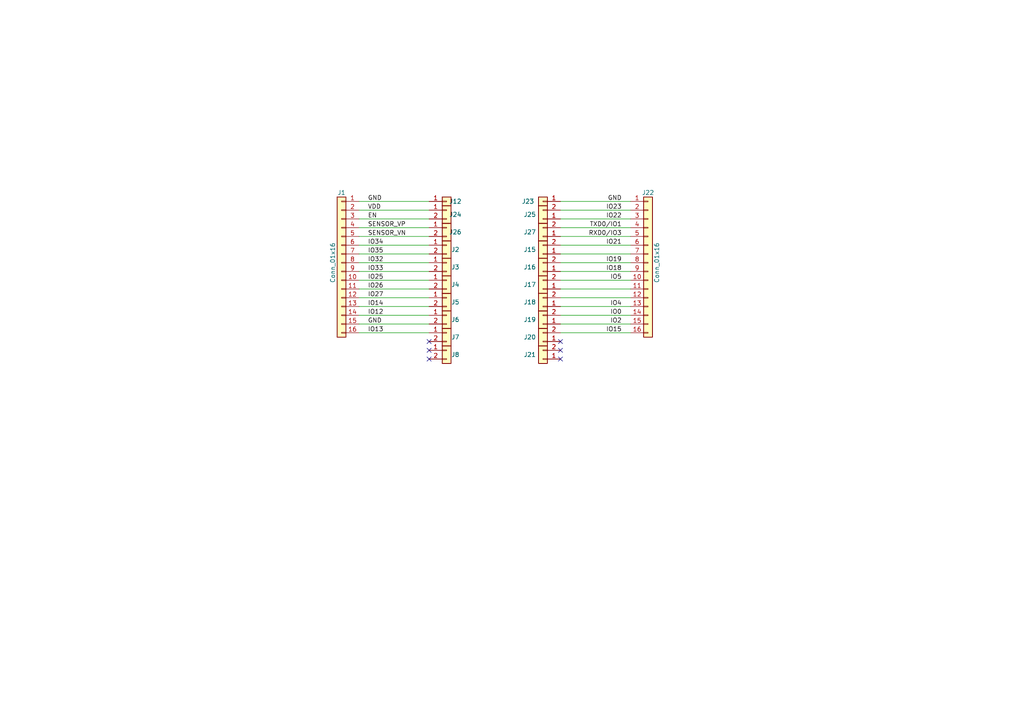
<source format=kicad_sch>
(kicad_sch (version 20211123) (generator eeschema)

  (uuid e63e39d7-6ac0-4ffd-8aa3-1841a4541b55)

  (paper "A4")

  (lib_symbols
    (symbol "Connector_Generic:Conn_01x01" (pin_names (offset 1.016) hide) (in_bom yes) (on_board yes)
      (property "Reference" "J" (id 0) (at 0 2.54 0)
        (effects (font (size 1.27 1.27)))
      )
      (property "Value" "Conn_01x01" (id 1) (at 0 -2.54 0)
        (effects (font (size 1.27 1.27)))
      )
      (property "Footprint" "" (id 2) (at 0 0 0)
        (effects (font (size 1.27 1.27)) hide)
      )
      (property "Datasheet" "~" (id 3) (at 0 0 0)
        (effects (font (size 1.27 1.27)) hide)
      )
      (property "ki_keywords" "connector" (id 4) (at 0 0 0)
        (effects (font (size 1.27 1.27)) hide)
      )
      (property "ki_description" "Generic connector, single row, 01x01, script generated (kicad-library-utils/schlib/autogen/connector/)" (id 5) (at 0 0 0)
        (effects (font (size 1.27 1.27)) hide)
      )
      (property "ki_fp_filters" "Connector*:*_1x??_*" (id 6) (at 0 0 0)
        (effects (font (size 1.27 1.27)) hide)
      )
      (symbol "Conn_01x01_1_1"
        (rectangle (start -1.27 0.127) (end 0 -0.127)
          (stroke (width 0.1524) (type default) (color 0 0 0 0))
          (fill (type none))
        )
        (rectangle (start -1.27 1.27) (end 1.27 -1.27)
          (stroke (width 0.254) (type default) (color 0 0 0 0))
          (fill (type background))
        )
        (pin passive line (at -5.08 0 0) (length 3.81)
          (name "Pin_1" (effects (font (size 1.27 1.27))))
          (number "1" (effects (font (size 1.27 1.27))))
        )
      )
    )
    (symbol "Connector_Generic:Conn_01x02" (pin_names (offset 1.016) hide) (in_bom yes) (on_board yes)
      (property "Reference" "J" (id 0) (at 0 2.54 0)
        (effects (font (size 1.27 1.27)))
      )
      (property "Value" "Conn_01x02" (id 1) (at 0 -5.08 0)
        (effects (font (size 1.27 1.27)))
      )
      (property "Footprint" "" (id 2) (at 0 0 0)
        (effects (font (size 1.27 1.27)) hide)
      )
      (property "Datasheet" "~" (id 3) (at 0 0 0)
        (effects (font (size 1.27 1.27)) hide)
      )
      (property "ki_keywords" "connector" (id 4) (at 0 0 0)
        (effects (font (size 1.27 1.27)) hide)
      )
      (property "ki_description" "Generic connector, single row, 01x02, script generated (kicad-library-utils/schlib/autogen/connector/)" (id 5) (at 0 0 0)
        (effects (font (size 1.27 1.27)) hide)
      )
      (property "ki_fp_filters" "Connector*:*_1x??_*" (id 6) (at 0 0 0)
        (effects (font (size 1.27 1.27)) hide)
      )
      (symbol "Conn_01x02_1_1"
        (rectangle (start -1.27 -2.413) (end 0 -2.667)
          (stroke (width 0.1524) (type default) (color 0 0 0 0))
          (fill (type none))
        )
        (rectangle (start -1.27 0.127) (end 0 -0.127)
          (stroke (width 0.1524) (type default) (color 0 0 0 0))
          (fill (type none))
        )
        (rectangle (start -1.27 1.27) (end 1.27 -3.81)
          (stroke (width 0.254) (type default) (color 0 0 0 0))
          (fill (type background))
        )
        (pin passive line (at -5.08 0 0) (length 3.81)
          (name "Pin_1" (effects (font (size 1.27 1.27))))
          (number "1" (effects (font (size 1.27 1.27))))
        )
        (pin passive line (at -5.08 -2.54 0) (length 3.81)
          (name "Pin_2" (effects (font (size 1.27 1.27))))
          (number "2" (effects (font (size 1.27 1.27))))
        )
      )
    )
    (symbol "Connector_Generic:Conn_01x16" (pin_names (offset 1.016) hide) (in_bom yes) (on_board yes)
      (property "Reference" "J" (id 0) (at 0 20.32 0)
        (effects (font (size 1.27 1.27)))
      )
      (property "Value" "Conn_01x16" (id 1) (at 0 -22.86 0)
        (effects (font (size 1.27 1.27)))
      )
      (property "Footprint" "" (id 2) (at 0 0 0)
        (effects (font (size 1.27 1.27)) hide)
      )
      (property "Datasheet" "~" (id 3) (at 0 0 0)
        (effects (font (size 1.27 1.27)) hide)
      )
      (property "ki_keywords" "connector" (id 4) (at 0 0 0)
        (effects (font (size 1.27 1.27)) hide)
      )
      (property "ki_description" "Generic connector, single row, 01x16, script generated (kicad-library-utils/schlib/autogen/connector/)" (id 5) (at 0 0 0)
        (effects (font (size 1.27 1.27)) hide)
      )
      (property "ki_fp_filters" "Connector*:*_1x??_*" (id 6) (at 0 0 0)
        (effects (font (size 1.27 1.27)) hide)
      )
      (symbol "Conn_01x16_1_1"
        (rectangle (start -1.27 -20.193) (end 0 -20.447)
          (stroke (width 0.1524) (type default) (color 0 0 0 0))
          (fill (type none))
        )
        (rectangle (start -1.27 -17.653) (end 0 -17.907)
          (stroke (width 0.1524) (type default) (color 0 0 0 0))
          (fill (type none))
        )
        (rectangle (start -1.27 -15.113) (end 0 -15.367)
          (stroke (width 0.1524) (type default) (color 0 0 0 0))
          (fill (type none))
        )
        (rectangle (start -1.27 -12.573) (end 0 -12.827)
          (stroke (width 0.1524) (type default) (color 0 0 0 0))
          (fill (type none))
        )
        (rectangle (start -1.27 -10.033) (end 0 -10.287)
          (stroke (width 0.1524) (type default) (color 0 0 0 0))
          (fill (type none))
        )
        (rectangle (start -1.27 -7.493) (end 0 -7.747)
          (stroke (width 0.1524) (type default) (color 0 0 0 0))
          (fill (type none))
        )
        (rectangle (start -1.27 -4.953) (end 0 -5.207)
          (stroke (width 0.1524) (type default) (color 0 0 0 0))
          (fill (type none))
        )
        (rectangle (start -1.27 -2.413) (end 0 -2.667)
          (stroke (width 0.1524) (type default) (color 0 0 0 0))
          (fill (type none))
        )
        (rectangle (start -1.27 0.127) (end 0 -0.127)
          (stroke (width 0.1524) (type default) (color 0 0 0 0))
          (fill (type none))
        )
        (rectangle (start -1.27 2.667) (end 0 2.413)
          (stroke (width 0.1524) (type default) (color 0 0 0 0))
          (fill (type none))
        )
        (rectangle (start -1.27 5.207) (end 0 4.953)
          (stroke (width 0.1524) (type default) (color 0 0 0 0))
          (fill (type none))
        )
        (rectangle (start -1.27 7.747) (end 0 7.493)
          (stroke (width 0.1524) (type default) (color 0 0 0 0))
          (fill (type none))
        )
        (rectangle (start -1.27 10.287) (end 0 10.033)
          (stroke (width 0.1524) (type default) (color 0 0 0 0))
          (fill (type none))
        )
        (rectangle (start -1.27 12.827) (end 0 12.573)
          (stroke (width 0.1524) (type default) (color 0 0 0 0))
          (fill (type none))
        )
        (rectangle (start -1.27 15.367) (end 0 15.113)
          (stroke (width 0.1524) (type default) (color 0 0 0 0))
          (fill (type none))
        )
        (rectangle (start -1.27 17.907) (end 0 17.653)
          (stroke (width 0.1524) (type default) (color 0 0 0 0))
          (fill (type none))
        )
        (rectangle (start -1.27 19.05) (end 1.27 -21.59)
          (stroke (width 0.254) (type default) (color 0 0 0 0))
          (fill (type background))
        )
        (pin passive line (at -5.08 17.78 0) (length 3.81)
          (name "Pin_1" (effects (font (size 1.27 1.27))))
          (number "1" (effects (font (size 1.27 1.27))))
        )
        (pin passive line (at -5.08 -5.08 0) (length 3.81)
          (name "Pin_10" (effects (font (size 1.27 1.27))))
          (number "10" (effects (font (size 1.27 1.27))))
        )
        (pin passive line (at -5.08 -7.62 0) (length 3.81)
          (name "Pin_11" (effects (font (size 1.27 1.27))))
          (number "11" (effects (font (size 1.27 1.27))))
        )
        (pin passive line (at -5.08 -10.16 0) (length 3.81)
          (name "Pin_12" (effects (font (size 1.27 1.27))))
          (number "12" (effects (font (size 1.27 1.27))))
        )
        (pin passive line (at -5.08 -12.7 0) (length 3.81)
          (name "Pin_13" (effects (font (size 1.27 1.27))))
          (number "13" (effects (font (size 1.27 1.27))))
        )
        (pin passive line (at -5.08 -15.24 0) (length 3.81)
          (name "Pin_14" (effects (font (size 1.27 1.27))))
          (number "14" (effects (font (size 1.27 1.27))))
        )
        (pin passive line (at -5.08 -17.78 0) (length 3.81)
          (name "Pin_15" (effects (font (size 1.27 1.27))))
          (number "15" (effects (font (size 1.27 1.27))))
        )
        (pin passive line (at -5.08 -20.32 0) (length 3.81)
          (name "Pin_16" (effects (font (size 1.27 1.27))))
          (number "16" (effects (font (size 1.27 1.27))))
        )
        (pin passive line (at -5.08 15.24 0) (length 3.81)
          (name "Pin_2" (effects (font (size 1.27 1.27))))
          (number "2" (effects (font (size 1.27 1.27))))
        )
        (pin passive line (at -5.08 12.7 0) (length 3.81)
          (name "Pin_3" (effects (font (size 1.27 1.27))))
          (number "3" (effects (font (size 1.27 1.27))))
        )
        (pin passive line (at -5.08 10.16 0) (length 3.81)
          (name "Pin_4" (effects (font (size 1.27 1.27))))
          (number "4" (effects (font (size 1.27 1.27))))
        )
        (pin passive line (at -5.08 7.62 0) (length 3.81)
          (name "Pin_5" (effects (font (size 1.27 1.27))))
          (number "5" (effects (font (size 1.27 1.27))))
        )
        (pin passive line (at -5.08 5.08 0) (length 3.81)
          (name "Pin_6" (effects (font (size 1.27 1.27))))
          (number "6" (effects (font (size 1.27 1.27))))
        )
        (pin passive line (at -5.08 2.54 0) (length 3.81)
          (name "Pin_7" (effects (font (size 1.27 1.27))))
          (number "7" (effects (font (size 1.27 1.27))))
        )
        (pin passive line (at -5.08 0 0) (length 3.81)
          (name "Pin_8" (effects (font (size 1.27 1.27))))
          (number "8" (effects (font (size 1.27 1.27))))
        )
        (pin passive line (at -5.08 -2.54 0) (length 3.81)
          (name "Pin_9" (effects (font (size 1.27 1.27))))
          (number "9" (effects (font (size 1.27 1.27))))
        )
      )
    )
  )


  (no_connect (at 162.56 99.06) (uuid 6934e02f-1d21-4842-8b3e-dcb862499335))
  (no_connect (at 162.56 101.6) (uuid 6934e02f-1d21-4842-8b3e-dcb862499335))
  (no_connect (at 162.56 104.14) (uuid 6934e02f-1d21-4842-8b3e-dcb862499335))
  (no_connect (at 124.46 99.06) (uuid 6934e02f-1d21-4842-8b3e-dcb862499335))
  (no_connect (at 124.46 101.6) (uuid 6934e02f-1d21-4842-8b3e-dcb862499335))
  (no_connect (at 124.46 104.14) (uuid 6934e02f-1d21-4842-8b3e-dcb862499335))

  (wire (pts (xy 124.46 58.42) (xy 104.14 58.42))
    (stroke (width 0) (type default) (color 0 0 0 0))
    (uuid 076ca4ed-6140-46c8-93d9-6479b702ad82)
  )
  (wire (pts (xy 182.88 91.44) (xy 162.56 91.44))
    (stroke (width 0) (type default) (color 0 0 0 0))
    (uuid 0fa81bb6-213a-4a31-a63f-72e2e5250abd)
  )
  (wire (pts (xy 182.88 76.2) (xy 162.56 76.2))
    (stroke (width 0) (type default) (color 0 0 0 0))
    (uuid 134b5986-ced0-46b1-9aeb-7b0a88d736e9)
  )
  (wire (pts (xy 124.46 88.9) (xy 104.14 88.9))
    (stroke (width 0) (type default) (color 0 0 0 0))
    (uuid 15c2c293-19f3-431e-a4f8-998d284137b1)
  )
  (wire (pts (xy 124.46 63.5) (xy 104.14 63.5))
    (stroke (width 0) (type default) (color 0 0 0 0))
    (uuid 329a1b7e-0b95-4d89-bef8-bf9a02365a92)
  )
  (wire (pts (xy 124.46 68.58) (xy 104.14 68.58))
    (stroke (width 0) (type default) (color 0 0 0 0))
    (uuid 350f285a-0c9e-404b-a033-73ca5396c4aa)
  )
  (wire (pts (xy 162.56 93.98) (xy 182.88 93.98))
    (stroke (width 0) (type default) (color 0 0 0 0))
    (uuid 367765ca-82b7-4b8b-a54d-e4b887218463)
  )
  (wire (pts (xy 124.46 83.82) (xy 104.14 83.82))
    (stroke (width 0) (type default) (color 0 0 0 0))
    (uuid 3bf4780a-5c82-4d8d-9655-85363f1e48c6)
  )
  (wire (pts (xy 124.46 81.28) (xy 104.14 81.28))
    (stroke (width 0) (type default) (color 0 0 0 0))
    (uuid 58a97278-0dca-4489-85d8-90f2ed606d8c)
  )
  (wire (pts (xy 104.14 91.44) (xy 124.46 91.44))
    (stroke (width 0) (type default) (color 0 0 0 0))
    (uuid 591fd355-4e27-4731-aa0f-02f77cce2f9e)
  )
  (wire (pts (xy 124.46 86.36) (xy 104.14 86.36))
    (stroke (width 0) (type default) (color 0 0 0 0))
    (uuid 5e36434e-2104-4fd8-a9c8-c8077df62efb)
  )
  (wire (pts (xy 104.14 96.52) (xy 124.46 96.52))
    (stroke (width 0) (type default) (color 0 0 0 0))
    (uuid 5e7e40dc-ea5e-4aae-b319-783e066c7b83)
  )
  (wire (pts (xy 124.46 76.2) (xy 104.14 76.2))
    (stroke (width 0) (type default) (color 0 0 0 0))
    (uuid 6c06ac28-a09d-4361-8848-fe286b2fffb4)
  )
  (wire (pts (xy 124.46 66.04) (xy 104.14 66.04))
    (stroke (width 0) (type default) (color 0 0 0 0))
    (uuid 72d1a29a-7888-4cef-991b-6e0289725c8e)
  )
  (wire (pts (xy 182.88 86.36) (xy 162.56 86.36))
    (stroke (width 0) (type default) (color 0 0 0 0))
    (uuid 7509cc82-e584-4c0e-be44-a12e2574d9b5)
  )
  (wire (pts (xy 104.14 93.98) (xy 124.46 93.98))
    (stroke (width 0) (type default) (color 0 0 0 0))
    (uuid 780932f5-b29b-4781-99f8-35b78eae42fe)
  )
  (wire (pts (xy 182.88 58.42) (xy 162.56 58.42))
    (stroke (width 0) (type default) (color 0 0 0 0))
    (uuid 7a2eb6ff-bff9-4f7f-aeff-db9fe9ef54ef)
  )
  (wire (pts (xy 182.88 71.12) (xy 162.56 71.12))
    (stroke (width 0) (type default) (color 0 0 0 0))
    (uuid 7bc9c4d2-4575-4320-ba58-9b6d80b3e1d6)
  )
  (wire (pts (xy 124.46 78.74) (xy 104.14 78.74))
    (stroke (width 0) (type default) (color 0 0 0 0))
    (uuid 8e987baf-f67a-42ee-8012-1fa2ba86a9d2)
  )
  (wire (pts (xy 124.46 71.12) (xy 104.14 71.12))
    (stroke (width 0) (type default) (color 0 0 0 0))
    (uuid 8f2cf97d-78ea-4108-836b-298564b800dc)
  )
  (wire (pts (xy 182.88 66.04) (xy 162.56 66.04))
    (stroke (width 0) (type default) (color 0 0 0 0))
    (uuid 979637dd-61bf-47b7-8600-587950272c2d)
  )
  (wire (pts (xy 182.88 73.66) (xy 162.56 73.66))
    (stroke (width 0) (type default) (color 0 0 0 0))
    (uuid 9c682250-07b9-4144-9daa-9b81994f9b47)
  )
  (wire (pts (xy 182.88 83.82) (xy 162.56 83.82))
    (stroke (width 0) (type default) (color 0 0 0 0))
    (uuid 9e926100-7be4-4d5e-8a66-be62d46fa36e)
  )
  (wire (pts (xy 182.88 68.58) (xy 162.56 68.58))
    (stroke (width 0) (type default) (color 0 0 0 0))
    (uuid a7114714-8796-4342-8284-995951669523)
  )
  (wire (pts (xy 182.88 78.74) (xy 162.56 78.74))
    (stroke (width 0) (type default) (color 0 0 0 0))
    (uuid ae3ca504-a6b6-405e-9b82-73b13497584d)
  )
  (wire (pts (xy 182.88 60.96) (xy 162.56 60.96))
    (stroke (width 0) (type default) (color 0 0 0 0))
    (uuid c40360a3-490d-478f-a1b1-9b0fa7e038ba)
  )
  (wire (pts (xy 182.88 88.9) (xy 162.56 88.9))
    (stroke (width 0) (type default) (color 0 0 0 0))
    (uuid e0193df4-355d-4a2e-af60-ebafb43e8094)
  )
  (wire (pts (xy 182.88 81.28) (xy 162.56 81.28))
    (stroke (width 0) (type default) (color 0 0 0 0))
    (uuid e90b6b71-cc96-44dd-b80d-31d9884f108f)
  )
  (wire (pts (xy 124.46 73.66) (xy 104.14 73.66))
    (stroke (width 0) (type default) (color 0 0 0 0))
    (uuid f43b9764-af46-48f3-b6b3-07ef0b88fa80)
  )
  (wire (pts (xy 182.88 63.5) (xy 162.56 63.5))
    (stroke (width 0) (type default) (color 0 0 0 0))
    (uuid f8dd39b1-54f8-40ac-9a5f-5937322f395c)
  )
  (wire (pts (xy 162.56 96.52) (xy 182.88 96.52))
    (stroke (width 0) (type default) (color 0 0 0 0))
    (uuid fb8f99cb-aefd-4a77-9a5a-d1173db0fb22)
  )
  (wire (pts (xy 124.46 60.96) (xy 104.14 60.96))
    (stroke (width 0) (type default) (color 0 0 0 0))
    (uuid fe50bd35-3cd7-4bc8-9739-932459be7abd)
  )

  (label "IO0" (at 180.34 91.44 180)
    (effects (font (size 1.27 1.27)) (justify right bottom))
    (uuid 0cc3c51a-1a70-4b5a-9249-7602211c71dc)
  )
  (label "GND" (at 106.68 93.98 0)
    (effects (font (size 1.27 1.27)) (justify left bottom))
    (uuid 17e221ca-ac6f-4b25-a4c4-7665deb8d327)
  )
  (label "IO22" (at 180.34 63.5 180)
    (effects (font (size 1.27 1.27)) (justify right bottom))
    (uuid 1d0529ce-bcb2-4156-88c8-ec166100bfd8)
  )
  (label "IO4" (at 180.34 88.9 180)
    (effects (font (size 1.27 1.27)) (justify right bottom))
    (uuid 1d8462eb-6282-456a-939c-4a3a3eb61453)
  )
  (label "IO12" (at 106.68 91.44 0)
    (effects (font (size 1.27 1.27)) (justify left bottom))
    (uuid 33bb9ab1-e1d5-4ed9-8f6b-8f5d3b46c481)
  )
  (label "RXD0{slash}IO3" (at 180.34 68.58 180)
    (effects (font (size 1.27 1.27)) (justify right bottom))
    (uuid 39225f1b-1cce-4192-ad86-0d2c5f51757d)
  )
  (label "IO13" (at 106.68 96.52 0)
    (effects (font (size 1.27 1.27)) (justify left bottom))
    (uuid 3ce65260-8182-418a-a7b2-4f37060611ce)
  )
  (label "SENSOR_VN" (at 106.68 68.58 0)
    (effects (font (size 1.27 1.27)) (justify left bottom))
    (uuid 44931649-f40d-4e32-95f4-0eb24da96d6d)
  )
  (label "EN" (at 106.68 63.5 0)
    (effects (font (size 1.27 1.27)) (justify left bottom))
    (uuid 52732907-a6f5-4819-a8a0-f035f2788ca4)
  )
  (label "GND" (at 106.68 58.42 0)
    (effects (font (size 1.27 1.27)) (justify left bottom))
    (uuid 558884dc-4abc-4734-abeb-da5348d2e3c2)
  )
  (label "IO23" (at 180.34 60.96 180)
    (effects (font (size 1.27 1.27)) (justify right bottom))
    (uuid 60768776-9a1f-450a-a8ff-fcd8dfd264e6)
  )
  (label "IO14" (at 106.68 88.9 0)
    (effects (font (size 1.27 1.27)) (justify left bottom))
    (uuid 619b8e04-385f-4c34-ad94-a3947c72404a)
  )
  (label "IO19" (at 180.34 76.2 180)
    (effects (font (size 1.27 1.27)) (justify right bottom))
    (uuid 6205bae8-4cc8-451a-9465-47eaf199bf2e)
  )
  (label "IO5" (at 180.34 81.28 180)
    (effects (font (size 1.27 1.27)) (justify right bottom))
    (uuid 6a6e9589-0fab-4b8d-a7f2-8a6a8b8ab9f1)
  )
  (label "IO2" (at 180.34 93.98 180)
    (effects (font (size 1.27 1.27)) (justify right bottom))
    (uuid 73012d62-09f7-4e13-998e-800cf36a3c2b)
  )
  (label "TXD0{slash}IO1" (at 180.34 66.04 180)
    (effects (font (size 1.27 1.27)) (justify right bottom))
    (uuid 772c51de-fe33-4bf2-bbbf-31aaa180c4f0)
  )
  (label "IO26" (at 106.68 83.82 0)
    (effects (font (size 1.27 1.27)) (justify left bottom))
    (uuid 829fdeb5-0fd0-4fce-999e-0f67870cd759)
  )
  (label "VDD" (at 106.68 60.96 0)
    (effects (font (size 1.27 1.27)) (justify left bottom))
    (uuid 88bb05ce-a8bb-4128-affa-b74a7c2df80c)
  )
  (label "GND" (at 180.34 58.42 180)
    (effects (font (size 1.27 1.27)) (justify right bottom))
    (uuid 8a4b4ac4-b31a-46da-80fa-ae9eb231ea50)
  )
  (label "IO18" (at 180.34 78.74 180)
    (effects (font (size 1.27 1.27)) (justify right bottom))
    (uuid a199ac94-6163-4ea0-915a-a24b079427ca)
  )
  (label "IO35" (at 106.68 73.66 0)
    (effects (font (size 1.27 1.27)) (justify left bottom))
    (uuid abb2f571-bcdb-4102-98ca-bc485aeb8fbe)
  )
  (label "IO25" (at 106.68 81.28 0)
    (effects (font (size 1.27 1.27)) (justify left bottom))
    (uuid b44dddb5-6b9f-45d3-87b0-5a2fb50195e9)
  )
  (label "IO34" (at 106.68 71.12 0)
    (effects (font (size 1.27 1.27)) (justify left bottom))
    (uuid b7cf784b-0b0a-4be4-ac02-bf6934c159cb)
  )
  (label "SENSOR_VP" (at 106.68 66.04 0)
    (effects (font (size 1.27 1.27)) (justify left bottom))
    (uuid bd87c8ae-c0f8-478e-afa3-98b6cb999a88)
  )
  (label "IO32" (at 106.68 76.2 0)
    (effects (font (size 1.27 1.27)) (justify left bottom))
    (uuid c08d2ab2-6838-4650-8ed1-91aa43992a3f)
  )
  (label "IO27" (at 106.68 86.36 0)
    (effects (font (size 1.27 1.27)) (justify left bottom))
    (uuid cc576131-44a0-4401-bc06-13d707e964df)
  )
  (label "IO15" (at 180.34 96.52 180)
    (effects (font (size 1.27 1.27)) (justify right bottom))
    (uuid ec1a92c5-92d1-455f-8b83-e5fb01cc85ea)
  )
  (label "IO33" (at 106.68 78.74 0)
    (effects (font (size 1.27 1.27)) (justify left bottom))
    (uuid ee4b3710-fed0-468f-aed8-84a8ae67dd32)
  )
  (label "IO21" (at 180.34 71.12 180)
    (effects (font (size 1.27 1.27)) (justify right bottom))
    (uuid f4a69755-57ed-49f1-944f-ad82ca6adee5)
  )

  (symbol (lib_id "Connector_Generic:Conn_01x02") (at 129.54 91.44 0) (unit 1)
    (in_bom yes) (on_board yes)
    (uuid 01f14afc-5fbb-41e0-bcc5-94cddc32acd4)
    (property "Reference" "J6" (id 0) (at 132.08 92.71 0))
    (property "Value" "" (id 1) (at 129.54 87.63 0)
      (effects (font (size 1.27 1.27)) hide)
    )
    (property "Footprint" "" (id 2) (at 129.54 91.44 0)
      (effects (font (size 1.27 1.27)) hide)
    )
    (property "Datasheet" "~" (id 3) (at 129.54 91.44 0)
      (effects (font (size 1.27 1.27)) hide)
    )
    (pin "1" (uuid 099f35f6-6b4d-449c-8b02-68309c10935f))
    (pin "2" (uuid ceff1dff-a10b-4a2b-ba9e-2ec0636792ac))
  )

  (symbol (lib_id "Connector_Generic:Conn_01x16") (at 187.96 76.2 0) (unit 1)
    (in_bom yes) (on_board yes)
    (uuid 07e13863-bd02-4902-95bb-751411a906f0)
    (property "Reference" "J22" (id 0) (at 187.96 55.88 0))
    (property "Value" "" (id 1) (at 190.5 76.2 90))
    (property "Footprint" "" (id 2) (at 187.96 76.2 0)
      (effects (font (size 1.27 1.27)) hide)
    )
    (property "Datasheet" "~" (id 3) (at 187.96 76.2 0)
      (effects (font (size 1.27 1.27)) hide)
    )
    (pin "1" (uuid 3cef2940-746c-45e3-9107-83eef849fa15))
    (pin "10" (uuid 39b263f0-4ff3-4dac-a891-b1dece3fe5ac))
    (pin "11" (uuid 0d154f88-efb9-456d-8bf2-87f356237195))
    (pin "12" (uuid 7af46712-18bd-4842-93dd-44ca3b5dfab9))
    (pin "13" (uuid 593253d0-a79c-4aad-92da-1030439af6eb))
    (pin "14" (uuid 905ba69f-fd22-4670-9ea2-7bb4f2380646))
    (pin "15" (uuid 6c88e06d-a46e-40ef-949f-1e4e338f13d0))
    (pin "16" (uuid 46a9e52c-18e3-4833-8a04-4c6fe5b2e9e9))
    (pin "2" (uuid c7b292b0-ac16-4994-a215-fc8f695c12a1))
    (pin "3" (uuid 8cc2e8a9-4547-415e-a335-e319531e3f17))
    (pin "4" (uuid 473fe26e-3508-4fcd-8099-026d2891577e))
    (pin "5" (uuid 6174b230-202a-4544-ac7f-e496c309c9b4))
    (pin "6" (uuid 6f6868f2-ab8b-43a0-9153-05949a122e58))
    (pin "7" (uuid f90dade9-e357-4ff5-906b-e9f94c8a25dc))
    (pin "8" (uuid 401ff54b-2ebd-4960-b7d8-18baf8545128))
    (pin "9" (uuid 6ae46c10-d334-4f3b-8139-fb8860a013fa))
  )

  (symbol (lib_id "Connector_Generic:Conn_01x02") (at 157.48 99.06 180) (unit 1)
    (in_bom yes) (on_board yes)
    (uuid 28452403-4828-4a52-a775-b05f2429ba17)
    (property "Reference" "J20" (id 0) (at 153.67 97.79 0))
    (property "Value" "" (id 1) (at 157.48 102.87 0)
      (effects (font (size 1.27 1.27)) hide)
    )
    (property "Footprint" "" (id 2) (at 157.48 99.06 0)
      (effects (font (size 1.27 1.27)) hide)
    )
    (property "Datasheet" "~" (id 3) (at 157.48 99.06 0)
      (effects (font (size 1.27 1.27)) hide)
    )
    (pin "1" (uuid 791ec55e-b7d5-4cc3-a298-f556355b005d))
    (pin "2" (uuid 3caa014a-2cfa-4881-b76f-defb1daf371f))
  )

  (symbol (lib_id "Connector_Generic:Conn_01x02") (at 129.54 76.2 0) (unit 1)
    (in_bom yes) (on_board yes)
    (uuid 38dc9644-3f25-4fea-be7f-dc59bb933979)
    (property "Reference" "J3" (id 0) (at 132.08 77.47 0))
    (property "Value" "" (id 1) (at 129.54 72.39 0)
      (effects (font (size 1.27 1.27)) hide)
    )
    (property "Footprint" "" (id 2) (at 129.54 76.2 0)
      (effects (font (size 1.27 1.27)) hide)
    )
    (property "Datasheet" "~" (id 3) (at 129.54 76.2 0)
      (effects (font (size 1.27 1.27)) hide)
    )
    (pin "1" (uuid 66f0fd06-2632-4c2a-ab74-5e72aacc5ac4))
    (pin "2" (uuid d63aaa46-4fd9-43ee-90d0-6e95ef1d21c1))
  )

  (symbol (lib_id "Connector_Generic:Conn_01x01") (at 129.54 58.42 0) (unit 1)
    (in_bom yes) (on_board yes)
    (uuid 52dc2189-0a10-417b-be82-3bae54509826)
    (property "Reference" "J12" (id 0) (at 132.08 58.42 0))
    (property "Value" "" (id 1) (at 132.08 59.6899 0)
      (effects (font (size 1.27 1.27)) (justify left) hide)
    )
    (property "Footprint" "" (id 2) (at 129.54 58.42 0)
      (effects (font (size 1.27 1.27)) hide)
    )
    (property "Datasheet" "~" (id 3) (at 129.54 58.42 0)
      (effects (font (size 1.27 1.27)) hide)
    )
    (pin "1" (uuid bc37740f-7fe1-4ded-b4b5-34a1035f8c70))
  )

  (symbol (lib_id "Connector_Generic:Conn_01x01") (at 157.48 58.42 0) (mirror y) (unit 1)
    (in_bom yes) (on_board yes)
    (uuid 54c7b840-9dfa-4eba-b237-730caed1746a)
    (property "Reference" "J23" (id 0) (at 154.94 58.42 0)
      (effects (font (size 1.27 1.27)) (justify left))
    )
    (property "Value" "" (id 1) (at 154.94 59.6899 0)
      (effects (font (size 1.27 1.27)) (justify left) hide)
    )
    (property "Footprint" "" (id 2) (at 157.48 58.42 0)
      (effects (font (size 1.27 1.27)) hide)
    )
    (property "Datasheet" "~" (id 3) (at 157.48 58.42 0)
      (effects (font (size 1.27 1.27)) hide)
    )
    (pin "1" (uuid 11442bec-a8b7-4ec4-851a-185d1e1a60d0))
  )

  (symbol (lib_id "Connector_Generic:Conn_01x02") (at 129.54 101.6 0) (unit 1)
    (in_bom yes) (on_board yes)
    (uuid 570ed8ba-14d8-4790-8cc4-ba8260a7aa49)
    (property "Reference" "J8" (id 0) (at 132.08 102.87 0))
    (property "Value" "" (id 1) (at 129.54 97.79 0)
      (effects (font (size 1.27 1.27)) hide)
    )
    (property "Footprint" "" (id 2) (at 129.54 101.6 0)
      (effects (font (size 1.27 1.27)) hide)
    )
    (property "Datasheet" "~" (id 3) (at 129.54 101.6 0)
      (effects (font (size 1.27 1.27)) hide)
    )
    (pin "1" (uuid 8cf90107-e3ca-4aae-bc25-9e40cfa72956))
    (pin "2" (uuid 2fb15dce-c260-4737-9ed4-a3941cbd7f9e))
  )

  (symbol (lib_id "Connector_Generic:Conn_01x02") (at 157.48 68.58 180) (unit 1)
    (in_bom yes) (on_board yes)
    (uuid 71a26842-3db3-4ba3-b011-7a5e2227653e)
    (property "Reference" "J27" (id 0) (at 153.67 67.31 0))
    (property "Value" "" (id 1) (at 157.48 72.39 0)
      (effects (font (size 1.27 1.27)) hide)
    )
    (property "Footprint" "" (id 2) (at 157.48 68.58 0)
      (effects (font (size 1.27 1.27)) hide)
    )
    (property "Datasheet" "~" (id 3) (at 157.48 68.58 0)
      (effects (font (size 1.27 1.27)) hide)
    )
    (pin "1" (uuid 58629c9b-4864-4133-9e21-452543835dc0))
    (pin "2" (uuid f810ffb1-f1e0-461c-8d3a-f909e2bfbc9c))
  )

  (symbol (lib_id "Connector_Generic:Conn_01x02") (at 157.48 93.98 180) (unit 1)
    (in_bom yes) (on_board yes)
    (uuid 795e8f3f-2cb8-4536-9da6-6c7ebce004fa)
    (property "Reference" "J19" (id 0) (at 153.67 92.71 0))
    (property "Value" "" (id 1) (at 157.48 97.79 0)
      (effects (font (size 1.27 1.27)) hide)
    )
    (property "Footprint" "" (id 2) (at 157.48 93.98 0)
      (effects (font (size 1.27 1.27)) hide)
    )
    (property "Datasheet" "~" (id 3) (at 157.48 93.98 0)
      (effects (font (size 1.27 1.27)) hide)
    )
    (pin "1" (uuid 111fc9a2-244f-4207-9225-50ce9836531a))
    (pin "2" (uuid d5400582-0131-4742-87a9-8861a66f9854))
  )

  (symbol (lib_id "Connector_Generic:Conn_01x02") (at 129.54 81.28 0) (unit 1)
    (in_bom yes) (on_board yes)
    (uuid 8340b077-5809-47c3-bb8e-f85cf9ba0261)
    (property "Reference" "J4" (id 0) (at 132.08 82.55 0))
    (property "Value" "" (id 1) (at 129.54 77.47 0)
      (effects (font (size 1.27 1.27)) hide)
    )
    (property "Footprint" "" (id 2) (at 129.54 81.28 0)
      (effects (font (size 1.27 1.27)) hide)
    )
    (property "Datasheet" "~" (id 3) (at 129.54 81.28 0)
      (effects (font (size 1.27 1.27)) hide)
    )
    (pin "1" (uuid 3a981967-a911-4463-95e2-2fe050615622))
    (pin "2" (uuid 5df0654c-8d6d-486d-b5f4-0be0de8af6ef))
  )

  (symbol (lib_id "Connector_Generic:Conn_01x02") (at 157.48 104.14 180) (unit 1)
    (in_bom yes) (on_board yes)
    (uuid 853222dc-6b80-49a3-9126-71854ad529d0)
    (property "Reference" "J21" (id 0) (at 153.67 102.87 0))
    (property "Value" "" (id 1) (at 157.48 107.95 0)
      (effects (font (size 1.27 1.27)) hide)
    )
    (property "Footprint" "" (id 2) (at 157.48 104.14 0)
      (effects (font (size 1.27 1.27)) hide)
    )
    (property "Datasheet" "~" (id 3) (at 157.48 104.14 0)
      (effects (font (size 1.27 1.27)) hide)
    )
    (pin "1" (uuid 1c709a58-c576-480e-8ab4-c0189d48b3c6))
    (pin "2" (uuid 8bade0cd-fb4f-4b74-825a-bbf6c7e2bf64))
  )

  (symbol (lib_id "Connector_Generic:Conn_01x16") (at 99.06 76.2 0) (mirror y) (unit 1)
    (in_bom yes) (on_board yes)
    (uuid 9397719b-4a3b-4984-a470-967198532930)
    (property "Reference" "J1" (id 0) (at 99.06 55.88 0))
    (property "Value" "" (id 1) (at 96.52 76.2 90))
    (property "Footprint" "" (id 2) (at 99.06 76.2 0)
      (effects (font (size 1.27 1.27)) hide)
    )
    (property "Datasheet" "~" (id 3) (at 99.06 76.2 0)
      (effects (font (size 1.27 1.27)) hide)
    )
    (pin "1" (uuid 097d3097-fa09-4a32-9be1-1cd4c3b41b74))
    (pin "10" (uuid c33a6c93-aab4-43f4-85d8-e1f004e2eeec))
    (pin "11" (uuid 1efe1b2a-405e-4a52-bbe2-6440c3526c28))
    (pin "12" (uuid 3707a6d9-d760-455f-bd2b-5bd4fc03ccba))
    (pin "13" (uuid 88a9de6a-7835-4f5f-b203-bae9164f68a5))
    (pin "14" (uuid 45991bf8-fd39-48c3-a1fa-1f40e0936a07))
    (pin "15" (uuid 363ea2ee-e7e1-4739-8376-3f622ef19e1f))
    (pin "16" (uuid 0f1bc49e-00a4-4119-93c9-d65f0304095e))
    (pin "2" (uuid 79783b93-0df9-4b72-a9f5-79822605c3d4))
    (pin "3" (uuid 6480f567-1219-4839-b79c-b60ce0891d2c))
    (pin "4" (uuid a9a879f6-429a-422f-9cd1-9d46c6d9a893))
    (pin "5" (uuid 21ad2d31-87c0-48d0-b099-35e068b945ed))
    (pin "6" (uuid ef14ff7d-933f-4ed7-81b7-b321bc525673))
    (pin "7" (uuid b4771cce-1d27-4bd0-9569-66cea3f85bdb))
    (pin "8" (uuid 49bc9511-0570-4220-8cd0-a0649d001585))
    (pin "9" (uuid be07ae0d-0c18-478d-80e8-bcbab3c4b219))
  )

  (symbol (lib_id "Connector_Generic:Conn_01x02") (at 157.48 88.9 180) (unit 1)
    (in_bom yes) (on_board yes)
    (uuid 9493b096-165b-45ad-8c6b-f8b990e35d1b)
    (property "Reference" "J18" (id 0) (at 153.67 87.63 0))
    (property "Value" "" (id 1) (at 157.48 92.71 0)
      (effects (font (size 1.27 1.27)) hide)
    )
    (property "Footprint" "" (id 2) (at 157.48 88.9 0)
      (effects (font (size 1.27 1.27)) hide)
    )
    (property "Datasheet" "~" (id 3) (at 157.48 88.9 0)
      (effects (font (size 1.27 1.27)) hide)
    )
    (pin "1" (uuid 9c1b25bd-bc5e-4683-962d-0f18d2aadfbd))
    (pin "2" (uuid db94c1c4-f933-4104-b44e-fadbc2fe9478))
  )

  (symbol (lib_id "Connector_Generic:Conn_01x02") (at 157.48 63.5 180) (unit 1)
    (in_bom yes) (on_board yes)
    (uuid 9befde26-71dd-4dcf-87ea-e42f62bbb2bb)
    (property "Reference" "J25" (id 0) (at 153.67 62.23 0))
    (property "Value" "" (id 1) (at 157.48 67.31 0)
      (effects (font (size 1.27 1.27)) hide)
    )
    (property "Footprint" "" (id 2) (at 157.48 63.5 0)
      (effects (font (size 1.27 1.27)) hide)
    )
    (property "Datasheet" "~" (id 3) (at 157.48 63.5 0)
      (effects (font (size 1.27 1.27)) hide)
    )
    (pin "1" (uuid 2b80aced-75a5-405e-b064-e7788c8f3fd9))
    (pin "2" (uuid 2416be4b-fe6f-413a-8197-3d690b276fae))
  )

  (symbol (lib_id "Connector_Generic:Conn_01x02") (at 129.54 96.52 0) (unit 1)
    (in_bom yes) (on_board yes)
    (uuid a7539522-a491-46a9-8a54-9a492c53bc7d)
    (property "Reference" "J7" (id 0) (at 132.08 97.79 0))
    (property "Value" "" (id 1) (at 129.54 92.71 0)
      (effects (font (size 1.27 1.27)) hide)
    )
    (property "Footprint" "" (id 2) (at 129.54 96.52 0)
      (effects (font (size 1.27 1.27)) hide)
    )
    (property "Datasheet" "~" (id 3) (at 129.54 96.52 0)
      (effects (font (size 1.27 1.27)) hide)
    )
    (pin "1" (uuid a132625e-06bb-46ce-a7cb-79e6bee20f78))
    (pin "2" (uuid c60bbb69-16a9-442f-9d6a-a0a79a4a218d))
  )

  (symbol (lib_id "Connector_Generic:Conn_01x02") (at 129.54 86.36 0) (unit 1)
    (in_bom yes) (on_board yes)
    (uuid aa1df330-6570-4dc8-a837-9ce217cac863)
    (property "Reference" "J5" (id 0) (at 132.08 87.63 0))
    (property "Value" "" (id 1) (at 129.54 82.55 0)
      (effects (font (size 1.27 1.27)) hide)
    )
    (property "Footprint" "" (id 2) (at 129.54 86.36 0)
      (effects (font (size 1.27 1.27)) hide)
    )
    (property "Datasheet" "~" (id 3) (at 129.54 86.36 0)
      (effects (font (size 1.27 1.27)) hide)
    )
    (pin "1" (uuid 7196291f-da87-41cb-81c5-a2d7546e6afa))
    (pin "2" (uuid 243939f2-8434-4289-8c3c-c76926386ca8))
  )

  (symbol (lib_id "Connector_Generic:Conn_01x02") (at 157.48 83.82 180) (unit 1)
    (in_bom yes) (on_board yes)
    (uuid c17f9a6e-6669-4413-9c98-da8cfab7ee0c)
    (property "Reference" "J17" (id 0) (at 153.67 82.55 0))
    (property "Value" "" (id 1) (at 157.48 87.63 0)
      (effects (font (size 1.27 1.27)) hide)
    )
    (property "Footprint" "" (id 2) (at 157.48 83.82 0)
      (effects (font (size 1.27 1.27)) hide)
    )
    (property "Datasheet" "~" (id 3) (at 157.48 83.82 0)
      (effects (font (size 1.27 1.27)) hide)
    )
    (pin "1" (uuid e0e1083e-d470-4cc8-a23c-a2f0a1a7abb9))
    (pin "2" (uuid caf77c10-b579-412d-9f55-c7c8550f8209))
  )

  (symbol (lib_id "Connector_Generic:Conn_01x02") (at 129.54 60.96 0) (unit 1)
    (in_bom yes) (on_board yes)
    (uuid cb21c578-88cb-4dd0-a389-d1c1aa6c6336)
    (property "Reference" "J24" (id 0) (at 132.08 62.23 0))
    (property "Value" "" (id 1) (at 129.54 57.15 0)
      (effects (font (size 1.27 1.27)) hide)
    )
    (property "Footprint" "" (id 2) (at 129.54 60.96 0)
      (effects (font (size 1.27 1.27)) hide)
    )
    (property "Datasheet" "~" (id 3) (at 129.54 60.96 0)
      (effects (font (size 1.27 1.27)) hide)
    )
    (pin "1" (uuid 7e4d772f-06a0-43c5-b5be-14a268dffc7b))
    (pin "2" (uuid b7c0e523-6a4b-4008-8a76-4590f210544c))
  )

  (symbol (lib_id "Connector_Generic:Conn_01x02") (at 157.48 73.66 180) (unit 1)
    (in_bom yes) (on_board yes)
    (uuid d9d99eea-e95c-47df-bd75-733c09f64afa)
    (property "Reference" "J15" (id 0) (at 153.67 72.39 0))
    (property "Value" "" (id 1) (at 157.48 77.47 0)
      (effects (font (size 1.27 1.27)) hide)
    )
    (property "Footprint" "" (id 2) (at 157.48 73.66 0)
      (effects (font (size 1.27 1.27)) hide)
    )
    (property "Datasheet" "~" (id 3) (at 157.48 73.66 0)
      (effects (font (size 1.27 1.27)) hide)
    )
    (pin "1" (uuid 7cc9fb61-ed72-43d3-af8c-16a483709743))
    (pin "2" (uuid 4e444409-2f71-4269-a487-76cf0aaa14be))
  )

  (symbol (lib_id "Connector_Generic:Conn_01x02") (at 157.48 78.74 180) (unit 1)
    (in_bom yes) (on_board yes)
    (uuid e495bf90-1d84-4eeb-8c61-7adbf3648649)
    (property "Reference" "J16" (id 0) (at 153.67 77.47 0))
    (property "Value" "" (id 1) (at 157.48 82.55 0)
      (effects (font (size 1.27 1.27)) hide)
    )
    (property "Footprint" "" (id 2) (at 157.48 78.74 0)
      (effects (font (size 1.27 1.27)) hide)
    )
    (property "Datasheet" "~" (id 3) (at 157.48 78.74 0)
      (effects (font (size 1.27 1.27)) hide)
    )
    (pin "1" (uuid 33a7c7d9-2ca9-4953-bb50-e195f3bb5114))
    (pin "2" (uuid 5decb71c-ff8d-4f48-a821-f6552d0c0ce7))
  )

  (symbol (lib_id "Connector_Generic:Conn_01x02") (at 129.54 66.04 0) (unit 1)
    (in_bom yes) (on_board yes)
    (uuid eefa62b0-7985-4153-9454-98c24aeb544a)
    (property "Reference" "J26" (id 0) (at 132.08 67.31 0))
    (property "Value" "" (id 1) (at 129.54 62.23 0)
      (effects (font (size 1.27 1.27)) hide)
    )
    (property "Footprint" "" (id 2) (at 129.54 66.04 0)
      (effects (font (size 1.27 1.27)) hide)
    )
    (property "Datasheet" "~" (id 3) (at 129.54 66.04 0)
      (effects (font (size 1.27 1.27)) hide)
    )
    (pin "1" (uuid 8684e95b-7d01-4327-b900-b4064a8b53ff))
    (pin "2" (uuid 715279e4-9e09-4fa1-9298-602c8900f899))
  )

  (symbol (lib_id "Connector_Generic:Conn_01x02") (at 129.54 71.12 0) (unit 1)
    (in_bom yes) (on_board yes)
    (uuid f36700a7-e2c8-4038-a775-abc41bbf709e)
    (property "Reference" "J2" (id 0) (at 132.08 72.39 0))
    (property "Value" "" (id 1) (at 129.54 67.31 0)
      (effects (font (size 1.27 1.27)) hide)
    )
    (property "Footprint" "" (id 2) (at 129.54 71.12 0)
      (effects (font (size 1.27 1.27)) hide)
    )
    (property "Datasheet" "~" (id 3) (at 129.54 71.12 0)
      (effects (font (size 1.27 1.27)) hide)
    )
    (pin "1" (uuid e2ef12c4-75f3-4569-beb6-523a42fcea97))
    (pin "2" (uuid aa5a4e9a-acc0-47a0-88b1-76bc55e59752))
  )

  (sheet_instances
    (path "/" (page "1"))
  )

  (symbol_instances
    (path "/9397719b-4a3b-4984-a470-967198532930"
      (reference "J1") (unit 1) (value "Conn_01x16") (footprint "Connector_PinHeader_2.54mm:PinHeader_1x16_P2.54mm_Vertical")
    )
    (path "/f36700a7-e2c8-4038-a775-abc41bbf709e"
      (reference "J2") (unit 1) (value "Conn_01x02") (footprint "FlexyPin:FlexyPin_1x02_P1.27mm")
    )
    (path "/38dc9644-3f25-4fea-be7f-dc59bb933979"
      (reference "J3") (unit 1) (value "Conn_01x02") (footprint "FlexyPin:FlexyPin_1x02_P1.27mm")
    )
    (path "/8340b077-5809-47c3-bb8e-f85cf9ba0261"
      (reference "J4") (unit 1) (value "Conn_01x02") (footprint "FlexyPin:FlexyPin_1x02_P1.27mm")
    )
    (path "/aa1df330-6570-4dc8-a837-9ce217cac863"
      (reference "J5") (unit 1) (value "Conn_01x02") (footprint "FlexyPin:FlexyPin_1x02_P1.27mm")
    )
    (path "/01f14afc-5fbb-41e0-bcc5-94cddc32acd4"
      (reference "J6") (unit 1) (value "Conn_01x02") (footprint "FlexyPin:FlexyPin_1x02_P1.27mm")
    )
    (path "/a7539522-a491-46a9-8a54-9a492c53bc7d"
      (reference "J7") (unit 1) (value "Conn_01x02") (footprint "FlexyPin:FlexyPin_1x02_P1.27mm")
    )
    (path "/570ed8ba-14d8-4790-8cc4-ba8260a7aa49"
      (reference "J8") (unit 1) (value "Conn_01x02") (footprint "FlexyPin:FlexyPin_1x02_P1.27mm")
    )
    (path "/52dc2189-0a10-417b-be82-3bae54509826"
      (reference "J12") (unit 1) (value "Conn_01x01") (footprint "FlexyPin:FlexyPin_1x01_P1.27mm")
    )
    (path "/d9d99eea-e95c-47df-bd75-733c09f64afa"
      (reference "J15") (unit 1) (value "Conn_01x02") (footprint "FlexyPin:FlexyPin_1x02_P1.27mm")
    )
    (path "/e495bf90-1d84-4eeb-8c61-7adbf3648649"
      (reference "J16") (unit 1) (value "Conn_01x02") (footprint "FlexyPin:FlexyPin_1x02_P1.27mm")
    )
    (path "/c17f9a6e-6669-4413-9c98-da8cfab7ee0c"
      (reference "J17") (unit 1) (value "Conn_01x02") (footprint "FlexyPin:FlexyPin_1x02_P1.27mm")
    )
    (path "/9493b096-165b-45ad-8c6b-f8b990e35d1b"
      (reference "J18") (unit 1) (value "Conn_01x02") (footprint "FlexyPin:FlexyPin_1x02_P1.27mm")
    )
    (path "/795e8f3f-2cb8-4536-9da6-6c7ebce004fa"
      (reference "J19") (unit 1) (value "Conn_01x02") (footprint "FlexyPin:FlexyPin_1x02_P1.27mm")
    )
    (path "/28452403-4828-4a52-a775-b05f2429ba17"
      (reference "J20") (unit 1) (value "Conn_01x02") (footprint "FlexyPin:FlexyPin_1x02_P1.27mm")
    )
    (path "/853222dc-6b80-49a3-9126-71854ad529d0"
      (reference "J21") (unit 1) (value "Conn_01x02") (footprint "FlexyPin:FlexyPin_1x02_P1.27mm")
    )
    (path "/07e13863-bd02-4902-95bb-751411a906f0"
      (reference "J22") (unit 1) (value "Conn_01x16") (footprint "Connector_PinHeader_2.54mm:PinHeader_1x16_P2.54mm_Vertical")
    )
    (path "/54c7b840-9dfa-4eba-b237-730caed1746a"
      (reference "J23") (unit 1) (value "Conn_01x01") (footprint "FlexyPin:FlexyPin_1x01_P1.27mm")
    )
    (path "/cb21c578-88cb-4dd0-a389-d1c1aa6c6336"
      (reference "J24") (unit 1) (value "Conn_01x02") (footprint "FlexyPin:FlexyPin_1x02_P1.27mm")
    )
    (path "/9befde26-71dd-4dcf-87ea-e42f62bbb2bb"
      (reference "J25") (unit 1) (value "Conn_01x02") (footprint "FlexyPin:FlexyPin_1x02_P1.27mm")
    )
    (path "/eefa62b0-7985-4153-9454-98c24aeb544a"
      (reference "J26") (unit 1) (value "Conn_01x02") (footprint "FlexyPin:FlexyPin_1x02_P1.27mm")
    )
    (path "/71a26842-3db3-4ba3-b011-7a5e2227653e"
      (reference "J27") (unit 1) (value "Conn_01x02") (footprint "FlexyPin:FlexyPin_1x02_P1.27mm")
    )
  )
)

</source>
